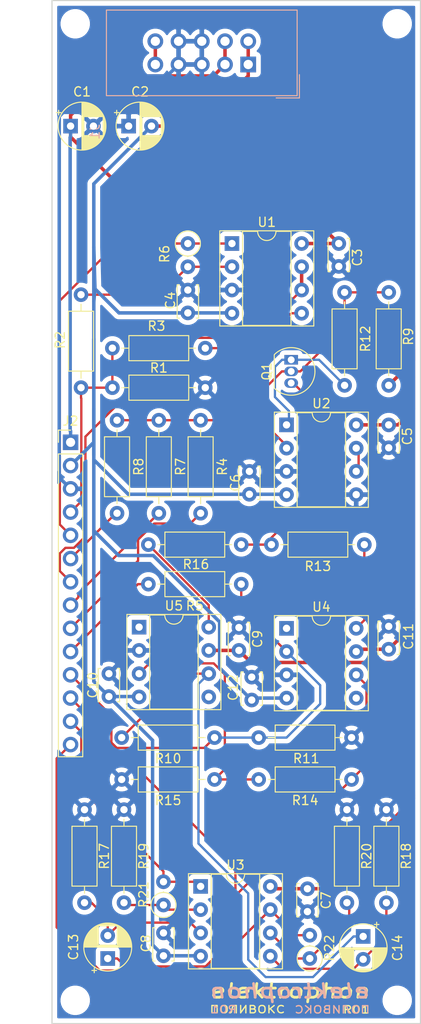
<source format=kicad_pcb>
(kicad_pcb (version 20171130) (host pcbnew 5.1.5-52549c5~86~ubuntu19.04.1)
  (title_block (title ПОЛИВОКС) (date 2020-06-01) (rev 01) (comment 1 "PCB for main circuit") (comment 2 "polivoks LM4250 VCF") (comment 4 "License CC BY 4.0 - Attribution 4.0 International"))
  (layers (0 F.Cu signal) (31 B.Cu signal) (34 B.Paste user) (35 F.Paste user) (36 B.SilkS user) (37 F.SilkS user) (38 B.Mask user) (39 F.Mask user) (44 Edge.Cuts user))
  (net 0 "")
  (net 1 GND)
  (net 2 +15V)
  (net 3 -15V)
  (net 4 "Net-(C14-Pad1)")
  (net 5 +5V)
  (net 6 "Net-(Q1-Pad1)")
  (net 7 "Net-(C13-Pad2)")
  (net 8 "Net-(C14-Pad2)")
  (net 9 "Net-(Q1-Pad3)")
  (net 10 "Net-(Q1-Pad2)")
  (net 11 "Net-(R14-Pad1)")
  (net 12 "Net-(U2-Pad6)")
  (net 13 /res_2)
  (net 14 /lp_out)
  (net 15 /bp_out)
  (net 16 /res_1)
  (net 17 /in)
  (net 18 /cv)
  (net 19 /freq)
  (net 20 /fm_level_3)
  (net 21 /fm_level_2)
  (net 22 /fm_level_1)
  (net 23 /fm_in)
  (net 24 "Net-(R2-Pad1)")
  (net 25 "Net-(R3-Pad1)")
  (net 26 "Net-(R13-Pad1)")
  (net 27 "Net-(R16-Pad1)")
  (net 28 "Net-(R19-Pad2)")
  (net 29 "Net-(R20-Pad2)")
  (module Resistor_THT:R_Axial_DIN0207_L6.3mm_D2.5mm_P2.54mm_Vertical (layer F.Cu) (at 53.594 130.048 90)
    (fp_text reference R22 (at 1.143 2.159 90) (layer F.SilkS))
    (fp_text value 100k)
    (pad 2 thru_hole oval (at 2.54 0 90) (size 1.6 1.6) (drill 0.8) (layers *.Cu *.Mask) (net 14 /lp_out))
    (pad 1 thru_hole circle (at 0 0 90) (size 1.6 1.6) (drill 0.8) (layers *.Cu *.Mask) (net 29 "Net-(R20-Pad2)"))
  )
  (module Resistor_THT:R_Axial_DIN0207_L6.3mm_D2.5mm_P2.54mm_Vertical (layer F.Cu) (at 37.592 124.206 90)
    (fp_text reference R21 (at 1.143 -2.159 90) (layer F.SilkS))
    (fp_text value 100k)
    (pad 2 thru_hole oval (at 2.54 0 90) (size 1.6 1.6) (drill 0.8) (layers *.Cu *.Mask) (net 15 /bp_out))
    (pad 1 thru_hole circle (at 0 0 90) (size 1.6 1.6) (drill 0.8) (layers *.Cu *.Mask) (net 28 "Net-(R19-Pad2)"))
  )
  (module Resistor_THT:R_Axial_DIN0207_L6.3mm_D2.5mm_P2.54mm_Vertical (layer F.Cu) (at 40.259 51.943 270)
    (fp_text reference R6 (at 1.143 2.54 90) (layer F.SilkS))
    (fp_text value 100k)
    (pad 2 thru_hole oval (at 2.54 0 270) (size 1.6 1.6) (drill 0.8) (layers *.Cu *.Mask) (net 24 "Net-(R2-Pad1)"))
    (pad 1 thru_hole circle (at 0 0 270) (size 1.6 1.6) (drill 0.8) (layers *.Cu *.Mask) (net 20 /fm_level_3))
  )
  (module Connector_PinHeader_2.54mm:PinHeader_1x14_P2.54mm_Vertical (layer F.Cu) (at 27.432 73.66)
    (fp_text reference J2 (at 0 -2.33) (layer F.SilkS))
    (fp_text value Conn_01x14_Female)
    (pad 14 thru_hole oval (at 0 33.02) (size 1.7 1.7) (drill 1) (layers *.Cu *.Mask) (net 14 /lp_out))
    (pad 13 thru_hole oval (at 0 30.48) (size 1.7 1.7) (drill 1) (layers *.Cu *.Mask) (net 15 /bp_out))
    (pad 12 thru_hole oval (at 0 27.94) (size 1.7 1.7) (drill 1) (layers *.Cu *.Mask) (net 13 /res_2))
    (pad 11 thru_hole oval (at 0 25.4) (size 1.7 1.7) (drill 1) (layers *.Cu *.Mask) (net 16 /res_1))
    (pad 10 thru_hole oval (at 0 22.86) (size 1.7 1.7) (drill 1) (layers *.Cu *.Mask) (net 17 /in))
    (pad 9 thru_hole oval (at 0 20.32) (size 1.7 1.7) (drill 1) (layers *.Cu *.Mask) (net 18 /cv))
    (pad 8 thru_hole oval (at 0 17.78) (size 1.7 1.7) (drill 1) (layers *.Cu *.Mask) (net 19 /freq))
    (pad 7 thru_hole oval (at 0 15.24) (size 1.7 1.7) (drill 1) (layers *.Cu *.Mask) (net 22 /fm_level_1))
    (pad 6 thru_hole oval (at 0 12.7) (size 1.7 1.7) (drill 1) (layers *.Cu *.Mask) (net 21 /fm_level_2))
    (pad 5 thru_hole oval (at 0 10.16) (size 1.7 1.7) (drill 1) (layers *.Cu *.Mask) (net 20 /fm_level_3))
    (pad 4 thru_hole oval (at 0 7.62) (size 1.7 1.7) (drill 1) (layers *.Cu *.Mask) (net 23 /fm_in))
    (pad 3 thru_hole oval (at 0 5.08) (size 1.7 1.7) (drill 1) (layers *.Cu *.Mask) (net 1 GND))
    (pad 2 thru_hole oval (at 0 2.54) (size 1.7 1.7) (drill 1) (layers *.Cu *.Mask) (net 3 -15V))
    (pad 1 thru_hole rect (at 0 0) (size 1.7 1.7) (drill 1) (layers *.Cu *.Mask) (net 2 +15V))
  )
  (module Package_DIP:DIP-8_W7.62mm_Socket (layer F.Cu) (at 34.925 93.853)
    (fp_text reference U5 (at 3.81 -2.33) (layer F.SilkS))
    (fp_text value LM4250)
    (pad 8 thru_hole oval (at 7.62 0) (size 1.6 1.6) (drill 0.8) (layers *.Cu *.Mask) (net 27 "Net-(R16-Pad1)"))
    (pad 4 thru_hole oval (at 0 7.62) (size 1.6 1.6) (drill 0.8) (layers *.Cu *.Mask) (net 3 -15V))
    (pad 7 thru_hole oval (at 7.62 2.54) (size 1.6 1.6) (drill 0.8) (layers *.Cu *.Mask) (net 2 +15V))
    (pad 3 thru_hole oval (at 0 5.08) (size 1.6 1.6) (drill 0.8) (layers *.Cu *.Mask) (net 11 "Net-(R14-Pad1)"))
    (pad 6 thru_hole oval (at 7.62 5.08) (size 1.6 1.6) (drill 0.8) (layers *.Cu *.Mask) (net 4 "Net-(C14-Pad1)"))
    (pad 2 thru_hole oval (at 0 2.54) (size 1.6 1.6) (drill 0.8) (layers *.Cu *.Mask) (net 1 GND))
    (pad 5 thru_hole oval (at 7.62 7.62) (size 1.6 1.6) (drill 0.8) (layers *.Cu *.Mask))
    (pad 1 thru_hole rect (at 0 0) (size 1.6 1.6) (drill 0.8) (layers *.Cu *.Mask))
  )
  (module Package_DIP:DIP-8_W7.62mm_Socket (layer F.Cu) (at 51.054 93.98)
    (fp_text reference U4 (at 3.81 -2.33) (layer F.SilkS))
    (fp_text value LM4250)
    (pad 8 thru_hole oval (at 7.62 0) (size 1.6 1.6) (drill 0.8) (layers *.Cu *.Mask) (net 26 "Net-(R13-Pad1)"))
    (pad 4 thru_hole oval (at 0 7.62) (size 1.6 1.6) (drill 0.8) (layers *.Cu *.Mask) (net 3 -15V))
    (pad 7 thru_hole oval (at 7.62 2.54) (size 1.6 1.6) (drill 0.8) (layers *.Cu *.Mask) (net 2 +15V))
    (pad 3 thru_hole oval (at 0 5.08) (size 1.6 1.6) (drill 0.8) (layers *.Cu *.Mask) (net 1 GND))
    (pad 6 thru_hole oval (at 7.62 5.08) (size 1.6 1.6) (drill 0.8) (layers *.Cu *.Mask) (net 13 /res_2))
    (pad 2 thru_hole oval (at 0 2.54) (size 1.6 1.6) (drill 0.8) (layers *.Cu *.Mask) (net 16 /res_1))
    (pad 5 thru_hole oval (at 7.62 7.62) (size 1.6 1.6) (drill 0.8) (layers *.Cu *.Mask))
    (pad 1 thru_hole rect (at 0 0) (size 1.6 1.6) (drill 0.8) (layers *.Cu *.Mask))
  )
  (module Package_DIP:DIP-8_W7.62mm_Socket (layer F.Cu) (at 41.656 122.174)
    (fp_text reference U3 (at 3.81 -2.33) (layer F.SilkS))
    (fp_text value TL072)
    (pad 8 thru_hole oval (at 7.62 0) (size 1.6 1.6) (drill 0.8) (layers *.Cu *.Mask) (net 2 +15V))
    (pad 4 thru_hole oval (at 0 7.62) (size 1.6 1.6) (drill 0.8) (layers *.Cu *.Mask) (net 3 -15V))
    (pad 7 thru_hole oval (at 7.62 2.54) (size 1.6 1.6) (drill 0.8) (layers *.Cu *.Mask) (net 14 /lp_out))
    (pad 3 thru_hole oval (at 0 5.08) (size 1.6 1.6) (drill 0.8) (layers *.Cu *.Mask) (net 7 "Net-(C13-Pad2)"))
    (pad 6 thru_hole oval (at 7.62 5.08) (size 1.6 1.6) (drill 0.8) (layers *.Cu *.Mask) (net 29 "Net-(R20-Pad2)"))
    (pad 2 thru_hole oval (at 0 2.54) (size 1.6 1.6) (drill 0.8) (layers *.Cu *.Mask) (net 28 "Net-(R19-Pad2)"))
    (pad 5 thru_hole oval (at 7.62 7.62) (size 1.6 1.6) (drill 0.8) (layers *.Cu *.Mask) (net 8 "Net-(C14-Pad2)"))
    (pad 1 thru_hole rect (at 0 0) (size 1.6 1.6) (drill 0.8) (layers *.Cu *.Mask) (net 15 /bp_out))
  )
  (module Package_DIP:DIP-8_W7.62mm_Socket (layer F.Cu) (at 51.054 71.755)
    (fp_text reference U2 (at 3.81 -2.33) (layer F.SilkS))
    (fp_text value TL072)
    (pad 8 thru_hole oval (at 7.62 0) (size 1.6 1.6) (drill 0.8) (layers *.Cu *.Mask) (net 2 +15V))
    (pad 4 thru_hole oval (at 0 7.62) (size 1.6 1.6) (drill 0.8) (layers *.Cu *.Mask) (net 3 -15V))
    (pad 7 thru_hole oval (at 7.62 2.54) (size 1.6 1.6) (drill 0.8) (layers *.Cu *.Mask) (net 12 "Net-(U2-Pad6)"))
    (pad 3 thru_hole oval (at 0 5.08) (size 1.6 1.6) (drill 0.8) (layers *.Cu *.Mask) (net 1 GND))
    (pad 6 thru_hole oval (at 7.62 5.08) (size 1.6 1.6) (drill 0.8) (layers *.Cu *.Mask) (net 12 "Net-(U2-Pad6)"))
    (pad 2 thru_hole oval (at 0 2.54) (size 1.6 1.6) (drill 0.8) (layers *.Cu *.Mask) (net 10 "Net-(Q1-Pad2)"))
    (pad 5 thru_hole oval (at 7.62 7.62) (size 1.6 1.6) (drill 0.8) (layers *.Cu *.Mask) (net 1 GND))
    (pad 1 thru_hole rect (at 0 0) (size 1.6 1.6) (drill 0.8) (layers *.Cu *.Mask) (net 6 "Net-(Q1-Pad1)"))
  )
  (module Package_DIP:DIP-8_W7.62mm_Socket (layer F.Cu) (at 45.085 51.943)
    (fp_text reference U1 (at 3.81 -2.33) (layer F.SilkS))
    (fp_text value TL072)
    (pad 8 thru_hole oval (at 7.62 0) (size 1.6 1.6) (drill 0.8) (layers *.Cu *.Mask) (net 2 +15V))
    (pad 4 thru_hole oval (at 0 7.62) (size 1.6 1.6) (drill 0.8) (layers *.Cu *.Mask) (net 3 -15V))
    (pad 7 thru_hole oval (at 7.62 2.54) (size 1.6 1.6) (drill 0.8) (layers *.Cu *.Mask) (net 22 /fm_level_1))
    (pad 3 thru_hole oval (at 0 5.08) (size 1.6 1.6) (drill 0.8) (layers *.Cu *.Mask) (net 1 GND))
    (pad 6 thru_hole oval (at 7.62 5.08) (size 1.6 1.6) (drill 0.8) (layers *.Cu *.Mask) (net 22 /fm_level_1))
    (pad 2 thru_hole oval (at 0 2.54) (size 1.6 1.6) (drill 0.8) (layers *.Cu *.Mask) (net 24 "Net-(R2-Pad1)"))
    (pad 5 thru_hole oval (at 7.62 7.62) (size 1.6 1.6) (drill 0.8) (layers *.Cu *.Mask) (net 25 "Net-(R3-Pad1)"))
    (pad 1 thru_hole rect (at 0 0) (size 1.6 1.6) (drill 0.8) (layers *.Cu *.Mask) (net 20 /fm_level_3))
  )
  (module Resistor_THT:R_Axial_DIN0207_L6.3mm_D2.5mm_P10.16mm_Horizontal (layer F.Cu) (at 57.658 113.792 270)
    (fp_text reference R20 (at 5.08 -2.159 90) (layer F.SilkS))
    (fp_text value 10k)
    (pad 2 thru_hole oval (at 10.16 0 270) (size 1.6 1.6) (drill 0.8) (layers *.Cu *.Mask) (net 29 "Net-(R20-Pad2)"))
    (pad 1 thru_hole circle (at 0 0 270) (size 1.6 1.6) (drill 0.8) (layers *.Cu *.Mask) (net 1 GND))
  )
  (module Resistor_THT:R_Axial_DIN0207_L6.3mm_D2.5mm_P10.16mm_Horizontal (layer F.Cu) (at 33.274 113.792 270)
    (fp_text reference R19 (at 5.08 -2.159 90) (layer F.SilkS))
    (fp_text value 10k)
    (pad 2 thru_hole oval (at 10.16 0 270) (size 1.6 1.6) (drill 0.8) (layers *.Cu *.Mask) (net 28 "Net-(R19-Pad2)"))
    (pad 1 thru_hole circle (at 0 0 270) (size 1.6 1.6) (drill 0.8) (layers *.Cu *.Mask) (net 1 GND))
  )
  (module Resistor_THT:R_Axial_DIN0207_L6.3mm_D2.5mm_P10.16mm_Horizontal (layer F.Cu) (at 61.976 113.792 270)
    (fp_text reference R18 (at 5.08 -2.159 90) (layer F.SilkS))
    (fp_text value 100k)
    (pad 2 thru_hole oval (at 10.16 0 270) (size 1.6 1.6) (drill 0.8) (layers *.Cu *.Mask) (net 8 "Net-(C14-Pad2)"))
    (pad 1 thru_hole circle (at 0 0 270) (size 1.6 1.6) (drill 0.8) (layers *.Cu *.Mask) (net 1 GND))
  )
  (module Resistor_THT:R_Axial_DIN0207_L6.3mm_D2.5mm_P10.16mm_Horizontal (layer F.Cu) (at 28.956 113.792 270)
    (fp_text reference R17 (at 5.08 -2.159 90) (layer F.SilkS))
    (fp_text value 100k)
    (pad 2 thru_hole oval (at 10.16 0 270) (size 1.6 1.6) (drill 0.8) (layers *.Cu *.Mask) (net 7 "Net-(C13-Pad2)"))
    (pad 1 thru_hole circle (at 0 0 270) (size 1.6 1.6) (drill 0.8) (layers *.Cu *.Mask) (net 1 GND))
  )
  (module Resistor_THT:R_Axial_DIN0207_L6.3mm_D2.5mm_P10.16mm_Horizontal (layer F.Cu) (at 35.941 84.836)
    (fp_text reference R16 (at 5.207 2.159) (layer F.SilkS))
    (fp_text value 1M2)
    (pad 2 thru_hole oval (at 10.16 0) (size 1.6 1.6) (drill 0.8) (layers *.Cu *.Mask) (net 9 "Net-(Q1-Pad3)"))
    (pad 1 thru_hole circle (at 0 0) (size 1.6 1.6) (drill 0.8) (layers *.Cu *.Mask) (net 27 "Net-(R16-Pad1)"))
  )
  (module Resistor_THT:R_Axial_DIN0207_L6.3mm_D2.5mm_P10.16mm_Horizontal (layer F.Cu) (at 33.02 110.49)
    (fp_text reference R15 (at 5.08 2.286) (layer F.SilkS))
    (fp_text value 1k)
    (pad 2 thru_hole oval (at 10.16 0) (size 1.6 1.6) (drill 0.8) (layers *.Cu *.Mask) (net 11 "Net-(R14-Pad1)"))
    (pad 1 thru_hole circle (at 0 0) (size 1.6 1.6) (drill 0.8) (layers *.Cu *.Mask) (net 1 GND))
  )
  (module Resistor_THT:R_Axial_DIN0207_L6.3mm_D2.5mm_P10.16mm_Horizontal (layer F.Cu) (at 48.006 110.49)
    (fp_text reference R14 (at 5.08 2.286) (layer F.SilkS))
    (fp_text value 47k)
    (pad 2 thru_hole oval (at 10.16 0) (size 1.6 1.6) (drill 0.8) (layers *.Cu *.Mask) (net 13 /res_2))
    (pad 1 thru_hole circle (at 0 0) (size 1.6 1.6) (drill 0.8) (layers *.Cu *.Mask) (net 11 "Net-(R14-Pad1)"))
  )
  (module Resistor_THT:R_Axial_DIN0207_L6.3mm_D2.5mm_P10.16mm_Horizontal (layer F.Cu) (at 59.563 84.836 180)
    (fp_text reference R13 (at 5.08 -2.37) (layer F.SilkS))
    (fp_text value 1M2)
    (pad 2 thru_hole oval (at 10.16 0 180) (size 1.6 1.6) (drill 0.8) (layers *.Cu *.Mask) (net 9 "Net-(Q1-Pad3)"))
    (pad 1 thru_hole circle (at 0 0 180) (size 1.6 1.6) (drill 0.8) (layers *.Cu *.Mask) (net 26 "Net-(R13-Pad1)"))
  )
  (module Resistor_THT:R_Axial_DIN0207_L6.3mm_D2.5mm_P10.16mm_Horizontal (layer F.Cu) (at 58.166 105.918 180)
    (fp_text reference R11 (at 4.953 -2.286) (layer F.SilkS))
    (fp_text value 1k)
    (pad 2 thru_hole oval (at 10.16 0 180) (size 1.6 1.6) (drill 0.8) (layers *.Cu *.Mask) (net 16 /res_1))
    (pad 1 thru_hole circle (at 0 0 180) (size 1.6 1.6) (drill 0.8) (layers *.Cu *.Mask) (net 1 GND))
  )
  (module Resistor_THT:R_Axial_DIN0207_L6.3mm_D2.5mm_P10.16mm_Horizontal (layer F.Cu) (at 43.18 105.918 180)
    (fp_text reference R10 (at 5.08 -2.286) (layer F.SilkS))
    (fp_text value 47k)
    (pad 2 thru_hole oval (at 10.16 0 180) (size 1.6 1.6) (drill 0.8) (layers *.Cu *.Mask) (net 4 "Net-(C14-Pad1)"))
    (pad 1 thru_hole circle (at 0 0 180) (size 1.6 1.6) (drill 0.8) (layers *.Cu *.Mask) (net 16 /res_1))
  )
  (module Resistor_THT:R_Axial_DIN0207_L6.3mm_D2.5mm_P10.16mm_Horizontal (layer F.Cu) (at 57.404 67.437 90)
    (fp_text reference R12 (at 5.08 2.286 90) (layer F.SilkS))
    (fp_text value 3k)
    (pad 2 thru_hole oval (at 10.16 0 90) (size 1.6 1.6) (drill 0.8) (layers *.Cu *.Mask) (net 10 "Net-(Q1-Pad2)"))
    (pad 1 thru_hole circle (at 0 0 90) (size 1.6 1.6) (drill 0.8) (layers *.Cu *.Mask) (net 6 "Net-(Q1-Pad1)"))
  )
  (module Resistor_THT:R_Axial_DIN0207_L6.3mm_D2.5mm_P10.16mm_Horizontal (layer F.Cu) (at 62.23 57.277 270)
    (fp_text reference R9 (at 4.826 -2.159 90) (layer F.SilkS))
    (fp_text value 100k)
    (pad 2 thru_hole oval (at 10.16 0 270) (size 1.6 1.6) (drill 0.8) (layers *.Cu *.Mask) (net 2 +15V))
    (pad 1 thru_hole circle (at 0 0 270) (size 1.6 1.6) (drill 0.8) (layers *.Cu *.Mask) (net 10 "Net-(Q1-Pad2)"))
  )
  (module Resistor_THT:R_Axial_DIN0207_L6.3mm_D2.5mm_P10.16mm_Horizontal (layer F.Cu) (at 32.512 71.247 270)
    (fp_text reference R8 (at 5.08 -2.37 90) (layer F.SilkS))
    (fp_text value 120k)
    (pad 2 thru_hole oval (at 10.16 0 270) (size 1.6 1.6) (drill 0.8) (layers *.Cu *.Mask) (net 21 /fm_level_2))
    (pad 1 thru_hole circle (at 0 0 270) (size 1.6 1.6) (drill 0.8) (layers *.Cu *.Mask) (net 10 "Net-(Q1-Pad2)"))
  )
  (module Resistor_THT:R_Axial_DIN0207_L6.3mm_D2.5mm_P10.16mm_Horizontal (layer F.Cu) (at 37.084 71.247 270)
    (fp_text reference R7 (at 5.08 -2.37 90) (layer F.SilkS))
    (fp_text value 162k)
    (pad 2 thru_hole oval (at 10.16 0 270) (size 1.6 1.6) (drill 0.8) (layers *.Cu *.Mask) (net 19 /freq))
    (pad 1 thru_hole circle (at 0 0 270) (size 1.6 1.6) (drill 0.8) (layers *.Cu *.Mask) (net 10 "Net-(Q1-Pad2)"))
  )
  (module Resistor_THT:R_Axial_DIN0207_L6.3mm_D2.5mm_P10.16mm_Horizontal (layer F.Cu) (at 46.101 89.154 180)
    (fp_text reference R5 (at 5.08 -2.37) (layer F.SilkS))
    (fp_text value 470k)
    (pad 2 thru_hole oval (at 10.16 0 180) (size 1.6 1.6) (drill 0.8) (layers *.Cu *.Mask) (net 17 /in))
    (pad 1 thru_hole circle (at 0 0 180) (size 1.6 1.6) (drill 0.8) (layers *.Cu *.Mask) (net 16 /res_1))
  )
  (module Resistor_THT:R_Axial_DIN0207_L6.3mm_D2.5mm_P10.16mm_Horizontal (layer F.Cu) (at 41.656 71.247 270)
    (fp_text reference R4 (at 5.08 -2.37 90) (layer F.SilkS))
    (fp_text value 100k)
    (pad 1 thru_hole circle (at 0 0 270) (size 1.6 1.6) (drill 0.8) (layers *.Cu *.Mask) (net 10 "Net-(Q1-Pad2)"))
    (pad 2 thru_hole oval (at 10.16 0 270) (size 1.6 1.6) (drill 0.8) (layers *.Cu *.Mask) (net 18 /cv))
  )
  (module Resistor_THT:R_Axial_DIN0207_L6.3mm_D2.5mm_P10.16mm_Horizontal (layer F.Cu) (at 42.164 63.373 180)
    (fp_text reference R3 (at 5.334 2.413) (layer F.SilkS))
    (fp_text value 10k)
    (pad 2 thru_hole oval (at 10.16 0 180) (size 1.6 1.6) (drill 0.8) (layers *.Cu *.Mask) (net 23 /fm_in))
    (pad 1 thru_hole circle (at 0 0 180) (size 1.6 1.6) (drill 0.8) (layers *.Cu *.Mask) (net 25 "Net-(R3-Pad1)"))
  )
  (module Resistor_THT:R_Axial_DIN0207_L6.3mm_D2.5mm_P10.16mm_Horizontal (layer F.Cu) (at 28.575 57.531 270)
    (fp_text reference R2 (at 4.953 2.286 90) (layer F.SilkS))
    (fp_text value 100k)
    (pad 2 thru_hole oval (at 10.16 0 270) (size 1.6 1.6) (drill 0.8) (layers *.Cu *.Mask) (net 23 /fm_in))
    (pad 1 thru_hole circle (at 0 0 270) (size 1.6 1.6) (drill 0.8) (layers *.Cu *.Mask) (net 24 "Net-(R2-Pad1)"))
  )
  (module Resistor_THT:R_Axial_DIN0207_L6.3mm_D2.5mm_P10.16mm_Horizontal (layer F.Cu) (at 42.164 67.691 180)
    (fp_text reference R1 (at 5.08 2.159 180) (layer F.SilkS))
    (fp_text value 220k)
    (pad 2 thru_hole oval (at 10.16 0 180) (size 1.6 1.6) (drill 0.8) (layers *.Cu *.Mask) (net 23 /fm_in))
    (pad 1 thru_hole circle (at 0 0 180) (size 1.6 1.6) (drill 0.8) (layers *.Cu *.Mask) (net 1 GND))
  )
  (module Package_TO_SOT_THT:TO-92_Inline (layer F.Cu) (at 51.562 64.643 270)
    (fp_text reference Q1 (at 1.27 2.667 90) (layer F.SilkS))
    (fp_text value 2N3904)
    (pad 1 thru_hole rect (at 0 0 270) (size 1.05 1.5) (drill 0.75) (layers *.Cu *.Mask) (net 6 "Net-(Q1-Pad1)"))
    (pad 3 thru_hole oval (at 2.54 0 270) (size 1.05 1.5) (drill 0.75) (layers *.Cu *.Mask) (net 9 "Net-(Q1-Pad3)"))
    (pad 2 thru_hole oval (at 1.27 0 270) (size 1.05 1.5) (drill 0.75) (layers *.Cu *.Mask) (net 10 "Net-(Q1-Pad2)"))
  )
  (module Capacitor_THT:CP_Radial_D5.0mm_P2.50mm (layer F.Cu) (at 59.436 127.637775 270)
    (fp_text reference C14 (at 1.25 -3.75 90) (layer F.SilkS))
    (fp_text value 1u)
    (pad 2 thru_hole circle (at 2.5 0 270) (size 1.6 1.6) (drill 0.8) (layers *.Cu *.Mask) (net 8 "Net-(C14-Pad2)"))
    (pad 1 thru_hole rect (at 0 0 270) (size 1.6 1.6) (drill 0.8) (layers *.Cu *.Mask) (net 4 "Net-(C14-Pad1)"))
  )
  (module Capacitor_THT:CP_Radial_D5.0mm_P2.50mm (layer F.Cu) (at 31.496 130.048 90)
    (fp_text reference C13 (at 1.25 -3.75 90) (layer F.SilkS))
    (fp_text value 1u)
    (pad 2 thru_hole circle (at 2.5 0 90) (size 1.6 1.6) (drill 0.8) (layers *.Cu *.Mask) (net 7 "Net-(C13-Pad2)"))
    (pad 1 thru_hole rect (at 0 0 90) (size 1.6 1.6) (drill 0.8) (layers *.Cu *.Mask) (net 13 /res_2))
  )
  (module Capacitor_THT:C_Disc_D3.4mm_W2.1mm_P2.50mm (layer F.Cu) (at 37.592 127.254 270)
    (fp_text reference C8 (at 1.143 1.905 90) (layer F.SilkS))
    (fp_text value 0.1u)
    (pad 2 thru_hole circle (at 2.5 0 270) (size 1.6 1.6) (drill 0.8) (layers *.Cu *.Mask) (net 3 -15V))
    (pad 1 thru_hole circle (at 0 0 270) (size 1.6 1.6) (drill 0.8) (layers *.Cu *.Mask) (net 1 GND))
  )
  (module Capacitor_THT:C_Disc_D3.4mm_W2.1mm_P2.50mm (layer F.Cu) (at 53.34 122.428 270)
    (fp_text reference C7 (at 1.27 -2.032 90) (layer F.SilkS))
    (fp_text value 0.1u)
    (pad 2 thru_hole circle (at 2.5 0 270) (size 1.6 1.6) (drill 0.8) (layers *.Cu *.Mask) (net 1 GND))
    (pad 1 thru_hole circle (at 0 0 270) (size 1.6 1.6) (drill 0.8) (layers *.Cu *.Mask) (net 2 +15V))
  )
  (module "elektrophon:elektrophon logo" (layer F.Cu) (at 51.435 134.62)
    (fp_text reference REF** hide)
    (fp_text value "elektrophon logo" hide)
    (fp_text user ПОЛИВОКС (at 8.84 1.02) (layer B.SilkS) (effects (font (size 0.8 1)) (justify left mirror)))
    (fp_text user R01 (at -8.83 1) (layer B.SilkS) (effects (font (size 0.8 1)) (justify right mirror)))
    (fp_text user elektrophon (at 0 -1.016) (layer B.SilkS) (effects (font (size 1.5 2) (thickness 0.3) italic) (justify mirror)))
    (fp_text user R01 (at 8.8 1.02) (layer F.SilkS) (effects (font (size 0.8 1)) (justify right)))
    (fp_text user ПОЛИВОКС (at -8.88 1) (layer F.SilkS) (effects (font (size 0.8 1)) (justify left)))
    (fp_text user elektrophon (at 0 -1.016) (layer F.SilkS) (effects (font (size 1.5 2) (thickness 0.3) italic)))
  )
  (module Capacitor_THT:C_Disc_D3.4mm_W2.1mm_P2.50mm (layer F.Cu) (at 47.244 99.314 270)
    (fp_text reference C12 (at 1.143 2.032 90) (layer F.SilkS))
    (fp_text value 0.1u)
    (pad 2 thru_hole circle (at 2.5 0 270) (size 1.6 1.6) (drill 0.8) (layers *.Cu *.Mask) (net 3 -15V))
    (pad 1 thru_hole circle (at 0 0 270) (size 1.6 1.6) (drill 0.8) (layers *.Cu *.Mask) (net 1 GND))
  )
  (module Capacitor_THT:C_Disc_D3.4mm_W2.1mm_P2.50mm (layer F.Cu) (at 62.23 96.266 90)
    (fp_text reference C11 (at 1.397 2.159 90) (layer F.SilkS))
    (fp_text value 0.1u)
    (pad 2 thru_hole circle (at 2.5 0 90) (size 1.6 1.6) (drill 0.8) (layers *.Cu *.Mask) (net 1 GND))
    (pad 1 thru_hole circle (at 0 0 90) (size 1.6 1.6) (drill 0.8) (layers *.Cu *.Mask) (net 2 +15V))
  )
  (module Connector_IDC:IDC-Header_2x05_P2.54mm_Vertical (layer B.Cu) (at 46.863 32.385 90)
    (fp_text reference J1 (at -7.366 -16.764 90) (layer B.SilkS) (effects (justify mirror)))
    (fp_text value "IDC Header")
    (pad 10 thru_hole oval (at 2.54 -10.16 90) (size 1.7272 1.7272) (drill 1.016) (layers *.Cu *.Mask) (net 5 +5V))
    (pad 9 thru_hole oval (at 0 -10.16 90) (size 1.7272 1.7272) (drill 1.016) (layers *.Cu *.Mask) (net 5 +5V))
    (pad 8 thru_hole oval (at 2.54 -7.62 90) (size 1.7272 1.7272) (drill 1.016) (layers *.Cu *.Mask) (net 1 GND))
    (pad 7 thru_hole oval (at 0 -7.62 90) (size 1.7272 1.7272) (drill 1.016) (layers *.Cu *.Mask) (net 1 GND))
    (pad 6 thru_hole oval (at 2.54 -5.08 90) (size 1.7272 1.7272) (drill 1.016) (layers *.Cu *.Mask) (net 1 GND))
    (pad 5 thru_hole oval (at 0 -5.08 90) (size 1.7272 1.7272) (drill 1.016) (layers *.Cu *.Mask) (net 1 GND))
    (pad 4 thru_hole oval (at 2.54 -2.54 90) (size 1.7272 1.7272) (drill 1.016) (layers *.Cu *.Mask) (net 2 +15V))
    (pad 3 thru_hole oval (at 0 -2.54 90) (size 1.7272 1.7272) (drill 1.016) (layers *.Cu *.Mask) (net 2 +15V))
    (pad 2 thru_hole oval (at 2.54 0 90) (size 1.7272 1.7272) (drill 1.016) (layers *.Cu *.Mask) (net 3 -15V))
    (pad 1 thru_hole rect (at 0 0 90) (size 1.7272 1.7272) (drill 1.016) (layers *.Cu *.Mask) (net 3 -15V))
  )
  (module MountingHole:MountingHole_2.2mm_M2 (layer F.Cu) (at 27.94 134.62)
    (fp_text reference H4 hide)
    (fp_text value MountingHole hide)
    (pad 1 np_thru_hole circle (at 0 0) (size 2.2 2.2) (drill 2.2) (layers *.Cu *.Mask))
  )
  (module MountingHole:MountingHole_2.2mm_M2 (layer F.Cu) (at 63.16 134.62)
    (fp_text reference H3 hide)
    (fp_text value MountingHole hide)
    (pad 1 np_thru_hole circle (at 0 0) (size 2.2 2.2) (drill 2.2) (layers *.Cu *.Mask))
  )
  (module MountingHole:MountingHole_2.2mm_M2 (layer F.Cu) (at 63.16 27.94)
    (fp_text reference H2 hide)
    (fp_text value MountingHole hide)
    (pad 1 np_thru_hole circle (at 0 0) (size 2.2 2.2) (drill 2.2) (layers *.Cu *.Mask))
  )
  (module MountingHole:MountingHole_2.2mm_M2 (layer F.Cu) (at 27.94 27.94)
    (fp_text reference H1 hide)
    (fp_text value MountingHole hide)
    (pad 1 np_thru_hole circle (at 0 0) (size 2.2 2.2) (drill 2.2) (layers *.Cu *.Mask))
  )
  (module Capacitor_THT:C_Disc_D3.4mm_W2.1mm_P2.50mm (layer F.Cu) (at 31.623 98.933 270)
    (fp_text reference C10 (at 1.25 1.778 90) (layer F.SilkS))
    (fp_text value 0.1u)
    (pad 2 thru_hole circle (at 2.5 0 270) (size 1.6 1.6) (drill 0.8) (layers *.Cu *.Mask) (net 3 -15V))
    (pad 1 thru_hole circle (at 0 0 270) (size 1.6 1.6) (drill 0.8) (layers *.Cu *.Mask) (net 1 GND))
  )
  (module Capacitor_THT:C_Disc_D3.4mm_W2.1mm_P2.50mm (layer F.Cu) (at 45.847 96.393 90)
    (fp_text reference C9 (at 1.25 2.032 90) (layer F.SilkS))
    (fp_text value 0.1u)
    (pad 2 thru_hole circle (at 2.5 0 90) (size 1.6 1.6) (drill 0.8) (layers *.Cu *.Mask) (net 1 GND))
    (pad 1 thru_hole circle (at 0 0 90) (size 1.6 1.6) (drill 0.8) (layers *.Cu *.Mask) (net 2 +15V))
  )
  (module Capacitor_THT:C_Disc_D3.4mm_W2.1mm_P2.50mm (layer F.Cu) (at 46.99 76.835 270)
    (fp_text reference C6 (at 1.25 1.524 90) (layer F.SilkS))
    (fp_text value 0.1u)
    (pad 2 thru_hole circle (at 2.5 0 270) (size 1.6 1.6) (drill 0.8) (layers *.Cu *.Mask) (net 3 -15V))
    (pad 1 thru_hole circle (at 0 0 270) (size 1.6 1.6) (drill 0.8) (layers *.Cu *.Mask) (net 1 GND))
  )
  (module Capacitor_THT:C_Disc_D3.4mm_W2.1mm_P2.50mm (layer F.Cu) (at 62.23 71.755 270)
    (fp_text reference C5 (at 1.25 -2.032 90) (layer F.SilkS))
    (fp_text value 0.1u)
    (pad 2 thru_hole circle (at 2.5 0 270) (size 1.6 1.6) (drill 0.8) (layers *.Cu *.Mask) (net 1 GND))
    (pad 1 thru_hole circle (at 0 0 270) (size 1.6 1.6) (drill 0.8) (layers *.Cu *.Mask) (net 2 +15V))
  )
  (module Capacitor_THT:C_Disc_D3.4mm_W2.1mm_P2.50mm (layer F.Cu) (at 40.259 57.023 270)
    (fp_text reference C4 (at 1.143 1.905 90) (layer F.SilkS))
    (fp_text value 0.1u)
    (pad 2 thru_hole circle (at 2.5 0 270) (size 1.6 1.6) (drill 0.8) (layers *.Cu *.Mask) (net 3 -15V))
    (pad 1 thru_hole circle (at 0 0 270) (size 1.6 1.6) (drill 0.8) (layers *.Cu *.Mask) (net 1 GND))
  )
  (module Capacitor_THT:C_Disc_D3.4mm_W2.1mm_P2.50mm (layer F.Cu) (at 56.769 51.943 270)
    (fp_text reference C3 (at 1.524 -2.032 90) (layer F.SilkS))
    (fp_text value 0.1u)
    (pad 2 thru_hole circle (at 2.5 0 270) (size 1.6 1.6) (drill 0.8) (layers *.Cu *.Mask) (net 1 GND))
    (pad 1 thru_hole circle (at 0 0 270) (size 1.6 1.6) (drill 0.8) (layers *.Cu *.Mask) (net 2 +15V))
  )
  (module Capacitor_THT:CP_Radial_D5.0mm_P2.50mm (layer F.Cu) (at 33.782 39.116)
    (fp_text reference C2 (at 1.25 -3.75) (layer F.SilkS))
    (fp_text value 10u)
    (pad 2 thru_hole circle (at 2.5 0) (size 1.6 1.6) (drill 0.8) (layers *.Cu *.Mask) (net 3 -15V))
    (pad 1 thru_hole rect (at 0 0) (size 1.6 1.6) (drill 0.8) (layers *.Cu *.Mask) (net 1 GND))
  )
  (module Capacitor_THT:CP_Radial_D5.0mm_P2.50mm (layer F.Cu) (at 27.432 39.116)
    (fp_text reference C1 (at 1.25 -3.75) (layer F.SilkS))
    (fp_text value 10u)
    (pad 2 thru_hole circle (at 2.5 0) (size 1.6 1.6) (drill 0.8) (layers *.Cu *.Mask) (net 1 GND))
    (pad 1 thru_hole rect (at 0 0) (size 1.6 1.6) (drill 0.8) (layers *.Cu *.Mask) (net 2 +15V))
  )
  (gr_line (start 25.4 137.16) (end 25.4 25.4) (layer Edge.Cuts) (width 0.12))
  (gr_line (start 65.7 137.16) (end 25.4 137.16) (layer Edge.Cuts) (width 0.12))
  (gr_line (start 65.7 25.4) (end 65.7 137.16) (layer Edge.Cuts) (width 0.12))
  (gr_line (start 25.4 25.4) (end 65.7 25.4) (layer Edge.Cuts) (width 0.12))
  (segment (start 37.988899 33.639101) (end 39.243 32.385) (width 0.381) (layer B.Cu) (net 1))
  (segment (start 30.605997 33.639101) (end 37.988899 33.639101) (width 0.381) (layer B.Cu) (net 1))
  (segment (start 26.191499 38.053599) (end 30.605997 33.639101) (width 0.381) (layer B.Cu) (net 1))
  (segment (start 26.191499 77.499499) (end 26.191499 38.053599) (width 0.381) (layer B.Cu) (net 1))
  (segment (start 27.432 78.74) (end 26.191499 77.499499) (width 0.381) (layer B.Cu) (net 1))
  (segment (start 44.323 29.845) (end 44.323 32.385) (width 0.381) (layer F.Cu) (net 2))
  (segment (start 43.068899 33.639101) (end 44.323 32.385) (width 0.381) (layer F.Cu) (net 2))
  (segment (start 27.432 37.935) (end 31.727899 33.639101) (width 0.381) (layer F.Cu) (net 2))
  (segment (start 31.727899 33.639101) (end 43.068899 33.639101) (width 0.381) (layer F.Cu) (net 2))
  (segment (start 27.432 39.116) (end 27.432 37.935) (width 0.381) (layer F.Cu) (net 2))
  (segment (start 56.769 51.943) (end 52.705 51.943) (width 0.381) (layer F.Cu) (net 2))
  (segment (start 64.944501 70.056499) (end 63.246 71.755) (width 0.381) (layer F.Cu) (net 2))
  (segment (start 64.944501 66.500499) (end 64.944501 70.056499) (width 0.381) (layer F.Cu) (net 2))
  (segment (start 63.246 71.755) (end 58.938 71.755) (width 0.381) (layer F.Cu) (net 2))
  (segment (start 64.944501 64.722499) (end 62.23 67.437) (width 0.381) (layer F.Cu) (net 2))
  (segment (start 64.944501 60.912499) (end 64.944501 64.722499) (width 0.381) (layer F.Cu) (net 2))
  (segment (start 64.944501 112.585441) (end 55.101942 122.428) (width 0.381) (layer F.Cu) (net 2))
  (segment (start 55.101942 122.428) (end 53.34 122.428) (width 0.381) (layer F.Cu) (net 2))
  (segment (start 64.944501 63.579499) (end 64.944501 66.500499) (width 0.381) (layer F.Cu) (net 2))
  (segment (start 64.944501 60.912499) (end 64.944501 63.579499) (width 0.381) (layer F.Cu) (net 2))
  (segment (start 49.53 122.428) (end 49.276 122.174) (width 0.381) (layer F.Cu) (net 2))
  (segment (start 53.34 122.428) (end 49.53 122.428) (width 0.381) (layer F.Cu) (net 2))
  (segment (start 64.944501 91.868501) (end 64.944501 93.551499) (width 0.381) (layer F.Cu) (net 2))
  (segment (start 64.944501 93.551499) (end 62.23 96.266) (width 0.381) (layer F.Cu) (net 2))
  (segment (start 64.944501 63.579499) (end 64.944501 91.868501) (width 0.381) (layer F.Cu) (net 2))
  (segment (start 58.928 96.266) (end 58.674 96.52) (width 0.381) (layer F.Cu) (net 2))
  (segment (start 62.23 96.266) (end 58.928 96.266) (width 0.381) (layer F.Cu) (net 2))
  (segment (start 64.944501 91.868501) (end 64.897 96.647) (width 0.381) (layer F.Cu) (net 2))
  (segment (start 64.897 96.647) (end 64.944501 112.585441) (width 0.381) (layer F.Cu) (net 2))
  (segment (start 47.164501 97.710501) (end 63.833499 97.710501) (width 0.381) (layer F.Cu) (net 2))
  (segment (start 45.847 96.393) (end 47.164501 97.710501) (width 0.381) (layer F.Cu) (net 2))
  (segment (start 45.847 96.393) (end 42.545 96.393) (width 0.381) (layer F.Cu) (net 2))
  (segment (start 46.646999 97.192999) (end 45.847 96.393) (width 0.381) (layer F.Cu) (net 2))
  (segment (start 63.833499 97.710501) (end 64.897 96.647) (width 0.381) (layer F.Cu) (net 2))
  (segment (start 59.455 45.104) (end 64.897 50.546) (width 0.381) (layer F.Cu) (net 2))
  (segment (start 64.897 50.546) (end 64.944501 60.912499) (width 0.381) (layer F.Cu) (net 2))
  (segment (start 49.93 45.104) (end 56.769 51.943) (width 0.381) (layer F.Cu) (net 2))
  (segment (start 46.59 45.104) (end 49.93 45.104) (width 0.381) (layer F.Cu) (net 2))
  (segment (start 46.59 45.104) (end 59.455 45.104) (width 0.381) (layer F.Cu) (net 2))
  (segment (start 27.384499 40.344501) (end 27.432 40.297) (width 0.381) (layer B.Cu) (net 2))
  (segment (start 27.432 40.297) (end 27.432 39.116) (width 0.381) (layer B.Cu) (net 2))
  (segment (start 27.384499 72.381499) (end 27.384499 40.344501) (width 0.381) (layer B.Cu) (net 2))
  (segment (start 27.432 72.429) (end 27.384499 72.381499) (width 0.381) (layer B.Cu) (net 2))
  (segment (start 27.432 73.66) (end 27.432 72.429) (width 0.381) (layer B.Cu) (net 2))
  (segment (start 27.432 40.297) (end 27.432 39.116) (width 0.381) (layer F.Cu) (net 2))
  (segment (start 32.239 45.104) (end 27.432 40.297) (width 0.381) (layer F.Cu) (net 2))
  (segment (start 46.59 45.104) (end 32.239 45.104) (width 0.381) (layer F.Cu) (net 2))
  (segment (start 46.863 29.845) (end 46.863 32.385) (width 0.381) (layer F.Cu) (net 3))
  (segment (start 46.863 33.6296) (end 46.863 32.385) (width 0.381) (layer F.Cu) (net 3))
  (segment (start 41.3766 39.116) (end 46.863 33.6296) (width 0.381) (layer F.Cu) (net 3))
  (segment (start 36.282 39.116) (end 41.3766 39.116) (width 0.381) (layer F.Cu) (net 3))
  (segment (start 39.12763 59.523) (end 40.259 59.523) (width 0.381) (layer B.Cu) (net 3))
  (segment (start 45.045 59.523) (end 45.085 59.563) (width 0.381) (layer B.Cu) (net 3))
  (segment (start 40.259 59.523) (end 45.045 59.523) (width 0.381) (layer B.Cu) (net 3))
  (segment (start 29.972 62.357) (end 29.972 75.057) (width 0.381) (layer B.Cu) (net 3))
  (segment (start 29.972 73.66) (end 27.432 76.2) (width 0.381) (layer B.Cu) (net 3))
  (segment (start 29.972 62.357) (end 29.972 65.913) (width 0.381) (layer B.Cu) (net 3))
  (segment (start 29.972 62.357) (end 29.972 64.897) (width 0.381) (layer B.Cu) (net 3))
  (segment (start 29.972 52.324) (end 29.972 45.426) (width 0.381) (layer B.Cu) (net 3))
  (segment (start 29.972 69.977) (end 29.972 52.324) (width 0.381) (layer B.Cu) (net 3))
  (segment (start 29.972 45.426) (end 36.282 39.116) (width 0.381) (layer B.Cu) (net 3))
  (segment (start 32.726 59.523) (end 30.099 56.896) (width 0.381) (layer B.Cu) (net 3))
  (segment (start 40.259 59.523) (end 32.726 59.523) (width 0.381) (layer B.Cu) (net 3))
  (segment (start 29.972 52.324) (end 30.099 56.896) (width 0.381) (layer B.Cu) (net 3))
  (segment (start 30.099 56.896) (end 29.972 58.293) (width 0.381) (layer B.Cu) (net 3))
  (segment (start 36.401499 128.563499) (end 37.592 129.754) (width 0.381) (layer B.Cu) (net 3))
  (segment (start 36.401499 106.211499) (end 36.401499 128.563499) (width 0.381) (layer B.Cu) (net 3))
  (segment (start 29.972 69.977) (end 29.972 71.755) (width 0.381) (layer B.Cu) (net 3))
  (segment (start 41.616 129.754) (end 41.656 129.794) (width 0.381) (layer B.Cu) (net 3))
  (segment (start 37.592 129.754) (end 41.616 129.754) (width 0.381) (layer B.Cu) (net 3))
  (segment (start 34.885 101.433) (end 34.925 101.473) (width 0.381) (layer B.Cu) (net 3))
  (segment (start 31.623 101.433) (end 34.885 101.433) (width 0.381) (layer B.Cu) (net 3))
  (segment (start 29.972 99.782) (end 36.401499 106.211499) (width 0.381) (layer B.Cu) (net 3))
  (segment (start 46.99 79.335) (end 33.742 79.335) (width 0.381) (layer B.Cu) (net 3))
  (segment (start 33.742 79.335) (end 29.972 75.565) (width 0.381) (layer B.Cu) (net 3))
  (segment (start 29.972 69.977) (end 29.972 75.565) (width 0.381) (layer B.Cu) (net 3))
  (segment (start 51.014 79.335) (end 51.054 79.375) (width 0.381) (layer B.Cu) (net 3))
  (segment (start 46.99 79.335) (end 51.014 79.335) (width 0.381) (layer B.Cu) (net 3))
  (segment (start 43.735501 93.281559) (end 36.480443 86.026501) (width 0.381) (layer B.Cu) (net 3))
  (segment (start 43.735501 98.305501) (end 43.735501 93.281559) (width 0.381) (layer B.Cu) (net 3))
  (segment (start 47.244 101.814) (end 43.735501 98.305501) (width 0.381) (layer B.Cu) (net 3))
  (segment (start 29.972 75.565) (end 29.972 83.312) (width 0.381) (layer B.Cu) (net 3))
  (segment (start 32.686501 86.026501) (end 29.972 83.312) (width 0.381) (layer B.Cu) (net 3))
  (segment (start 36.480443 86.026501) (end 32.686501 86.026501) (width 0.381) (layer B.Cu) (net 3))
  (segment (start 29.972 83.312) (end 29.972 99.782) (width 0.381) (layer B.Cu) (net 3))
  (segment (start 47.458 101.6) (end 47.244 101.814) (width 0.381) (layer B.Cu) (net 3))
  (segment (start 51.054 101.6) (end 47.458 101.6) (width 0.381) (layer B.Cu) (net 3))
  (segment (start 40.005 98.933) (end 42.545 98.933) (width 0.25) (layer F.Cu) (net 4))
  (segment (start 33.02 105.918) (end 40.005 98.933) (width 0.25) (layer F.Cu) (net 4))
  (segment (start 58.386 127.637775) (end 59.436 127.637775) (width 0.25) (layer B.Cu) (net 4))
  (segment (start 53.943775 132.08) (end 58.386 127.637775) (width 0.25) (layer B.Cu) (net 4))
  (segment (start 48.768 132.08) (end 53.943775 132.08) (width 0.25) (layer B.Cu) (net 4))
  (segment (start 41.419999 100.058001) (end 41.419999 117.492999) (width 0.25) (layer B.Cu) (net 4))
  (segment (start 41.419999 117.492999) (end 46.863 122.936) (width 0.25) (layer B.Cu) (net 4))
  (segment (start 42.545 98.933) (end 41.419999 100.058001) (width 0.25) (layer B.Cu) (net 4))
  (segment (start 46.863 130.175) (end 48.768 132.08) (width 0.25) (layer B.Cu) (net 4))
  (segment (start 46.863 122.936) (end 46.863 130.175) (width 0.25) (layer B.Cu) (net 4))
  (segment (start 36.703 29.845) (end 36.703 32.385) (width 0.381) (layer F.Cu) (net 5))
  (segment (start 50.562 64.643) (end 49.784 65.421) (width 0.25) (layer B.Cu) (net 6))
  (segment (start 51.562 64.643) (end 50.562 64.643) (width 0.25) (layer B.Cu) (net 6))
  (segment (start 49.784 65.421) (end 49.784 68.707) (width 0.25) (layer B.Cu) (net 6))
  (segment (start 51.318 70.241) (end 51.318 71.755) (width 0.25) (layer B.Cu) (net 6))
  (segment (start 49.784 68.707) (end 51.318 70.241) (width 0.25) (layer B.Cu) (net 6))
  (segment (start 54.61 64.643) (end 51.562 64.643) (width 0.25) (layer B.Cu) (net 6))
  (segment (start 57.404 67.437) (end 54.61 64.643) (width 0.25) (layer B.Cu) (net 6))
  (segment (start 32.915001 126.128999) (end 31.496 127.548) (width 0.25) (layer F.Cu) (net 7))
  (segment (start 40.530999 126.128999) (end 32.915001 126.128999) (width 0.25) (layer F.Cu) (net 7))
  (segment (start 41.656 127.254) (end 40.530999 126.128999) (width 0.25) (layer F.Cu) (net 7))
  (segment (start 31.496 125.73) (end 29.718 123.952) (width 0.25) (layer F.Cu) (net 7))
  (segment (start 31.496 127.548) (end 31.496 125.73) (width 0.25) (layer F.Cu) (net 7))
  (segment (start 61.976 127.597775) (end 59.436 130.137775) (width 0.25) (layer F.Cu) (net 8))
  (segment (start 61.976 123.952) (end 61.976 127.597775) (width 0.25) (layer F.Cu) (net 8))
  (segment (start 50.655001 131.173001) (end 49.276 129.794) (width 0.25) (layer F.Cu) (net 8))
  (segment (start 58.400774 131.173001) (end 50.655001 131.173001) (width 0.25) (layer F.Cu) (net 8))
  (segment (start 59.436 130.137775) (end 58.400774 131.173001) (width 0.25) (layer F.Cu) (net 8))
  (segment (start 52.562 80.915) (end 49.276 84.201) (width 0.25) (layer F.Cu) (net 9))
  (segment (start 52.562 67.958) (end 52.562 80.915) (width 0.25) (layer F.Cu) (net 9))
  (segment (start 51.787 67.183) (end 52.562 67.958) (width 0.25) (layer F.Cu) (net 9))
  (segment (start 51.562 67.183) (end 51.787 67.183) (width 0.25) (layer F.Cu) (net 9))
  (segment (start 49.403 84.836) (end 46.101 84.836) (width 0.25) (layer F.Cu) (net 9))
  (segment (start 32.512 71.247) (end 41.656 71.247) (width 0.25) (layer F.Cu) (net 10))
  (segment (start 48.27 71.247) (end 51.318 74.295) (width 0.25) (layer F.Cu) (net 10))
  (segment (start 57.404 61.071) (end 57.404 57.277) (width 0.25) (layer F.Cu) (net 10))
  (segment (start 52.562 65.913) (end 57.404 61.071) (width 0.25) (layer F.Cu) (net 10))
  (segment (start 51.562 65.913) (end 52.562 65.913) (width 0.25) (layer F.Cu) (net 10))
  (segment (start 57.404 57.277) (end 62.23 57.277) (width 0.25) (layer F.Cu) (net 10))
  (segment (start 50.546 65.913) (end 51.562 65.913) (width 0.25) (layer F.Cu) (net 10))
  (segment (start 45.212 71.247) (end 50.546 65.913) (width 0.25) (layer F.Cu) (net 10))
  (segment (start 41.656 71.247) (end 45.212 71.247) (width 0.25) (layer F.Cu) (net 10))
  (segment (start 45.212 71.247) (end 48.27 71.247) (width 0.25) (layer F.Cu) (net 10))
  (segment (start 43.18 110.49) (end 48.006 110.49) (width 0.25) (layer F.Cu) (net 11))
  (segment (start 44.305001 109.364999) (end 43.18 110.49) (width 0.25) (layer F.Cu) (net 11))
  (segment (start 44.305001 99.027999) (end 44.305001 109.364999) (width 0.25) (layer F.Cu) (net 11))
  (segment (start 43.085001 97.807999) (end 44.305001 99.027999) (width 0.25) (layer F.Cu) (net 11))
  (segment (start 36.050001 97.807999) (end 43.085001 97.807999) (width 0.25) (layer F.Cu) (net 11))
  (segment (start 34.925 98.933) (end 36.050001 97.807999) (width 0.25) (layer F.Cu) (net 11))
  (segment (start 58.938 76.835) (end 58.938 74.295) (width 0.25) (layer F.Cu) (net 12))
  (segment (start 32.546 130.048) (end 31.496 130.048) (width 0.25) (layer F.Cu) (net 13))
  (segment (start 33.417001 130.919001) (end 32.546 130.048) (width 0.25) (layer F.Cu) (net 13))
  (segment (start 42.196001 130.919001) (end 33.417001 130.919001) (width 0.25) (layer F.Cu) (net 13))
  (segment (start 45.466 127.649002) (end 42.196001 130.919001) (width 0.25) (layer F.Cu) (net 13))
  (segment (start 45.466 125.349) (end 45.466 123.19) (width 0.25) (layer F.Cu) (net 13))
  (segment (start 45.466 123.19) (end 58.166 110.49) (width 0.25) (layer F.Cu) (net 13))
  (segment (start 45.466 125.349) (end 45.466 127.649002) (width 0.25) (layer F.Cu) (net 13))
  (segment (start 32.293599 107.493012) (end 31.444988 106.644401) (width 0.25) (layer F.Cu) (net 13))
  (segment (start 45.466 125.349) (end 45.466 120.029002) (width 0.25) (layer F.Cu) (net 13))
  (segment (start 31.444988 105.612988) (end 27.432 101.6) (width 0.25) (layer F.Cu) (net 13))
  (segment (start 31.444988 106.644401) (end 31.444988 105.612988) (width 0.25) (layer F.Cu) (net 13))
  (segment (start 45.466 120.029002) (end 32.930012 107.493012) (width 0.25) (layer F.Cu) (net 13))
  (segment (start 32.930012 107.493012) (end 32.293599 107.493012) (width 0.25) (layer F.Cu) (net 13))
  (segment (start 59.799001 108.856999) (end 58.166 110.49) (width 0.25) (layer F.Cu) (net 13))
  (segment (start 59.799001 100.185001) (end 59.799001 108.856999) (width 0.25) (layer F.Cu) (net 13))
  (segment (start 58.674 99.06) (end 59.799001 100.185001) (width 0.25) (layer F.Cu) (net 13))
  (segment (start 52.07 127.508) (end 49.276 124.714) (width 0.25) (layer F.Cu) (net 14))
  (segment (start 53.594 127.508) (end 52.07 127.508) (width 0.25) (layer F.Cu) (net 14))
  (segment (start 25.908 108.204) (end 27.432 106.68) (width 0.25) (layer F.Cu) (net 14))
  (segment (start 25.908 126.645002) (end 25.908 108.204) (width 0.25) (layer F.Cu) (net 14))
  (segment (start 30.63201 131.369012) (end 25.908 126.645002) (width 0.25) (layer F.Cu) (net 14))
  (segment (start 49.276 124.714) (end 42.620988 131.369012) (width 0.25) (layer F.Cu) (net 14))
  (segment (start 42.620988 131.369012) (end 30.63201 131.369012) (width 0.25) (layer F.Cu) (net 14))
  (segment (start 28.607001 111.549631) (end 37.592 120.53463) (width 0.25) (layer F.Cu) (net 15))
  (segment (start 37.592 120.53463) (end 37.592 121.666) (width 0.25) (layer F.Cu) (net 15))
  (segment (start 28.607001 105.315001) (end 28.607001 111.549631) (width 0.25) (layer F.Cu) (net 15))
  (segment (start 27.432 104.14) (end 28.607001 105.315001) (width 0.25) (layer F.Cu) (net 15))
  (segment (start 41.148 121.666) (end 41.656 122.174) (width 0.25) (layer F.Cu) (net 15))
  (segment (start 37.592 121.666) (end 41.148 121.666) (width 0.25) (layer F.Cu) (net 15))
  (segment (start 46.101 91.567) (end 51.054 96.52) (width 0.25) (layer F.Cu) (net 16))
  (segment (start 46.101 89.154) (end 46.101 91.567) (width 0.25) (layer F.Cu) (net 16))
  (segment (start 42.054999 107.043001) (end 43.18 105.918) (width 0.25) (layer F.Cu) (net 16))
  (segment (start 31.894999 106.458001) (end 32.479999 107.043001) (width 0.25) (layer F.Cu) (net 16))
  (segment (start 27.432 99.06) (end 31.894999 103.522999) (width 0.25) (layer F.Cu) (net 16))
  (segment (start 32.479999 107.043001) (end 42.054999 107.043001) (width 0.25) (layer F.Cu) (net 16))
  (segment (start 31.894999 103.522999) (end 31.894999 106.458001) (width 0.25) (layer F.Cu) (net 16))
  (segment (start 43.18 105.918) (end 48.006 105.918) (width 0.25) (layer B.Cu) (net 16))
  (segment (start 48.006 105.918) (end 51.054 105.918) (width 0.25) (layer B.Cu) (net 16))
  (segment (start 51.054 105.918) (end 54.737 102.235) (width 0.25) (layer B.Cu) (net 16))
  (segment (start 54.737 100.203) (end 51.054 96.52) (width 0.25) (layer B.Cu) (net 16))
  (segment (start 54.737 102.235) (end 54.737 100.203) (width 0.25) (layer B.Cu) (net 16))
  (segment (start 34.798 89.154) (end 35.941 89.154) (width 0.25) (layer F.Cu) (net 17))
  (segment (start 27.432 96.52) (end 34.798 89.154) (width 0.25) (layer F.Cu) (net 17))
  (segment (start 40.530999 82.532001) (end 41.656 81.407) (width 0.25) (layer F.Cu) (net 18))
  (segment (start 34.815999 86.596001) (end 34.815999 84.295999) (width 0.25) (layer F.Cu) (net 18))
  (segment (start 34.815999 84.295999) (end 36.579997 82.532001) (width 0.25) (layer F.Cu) (net 18))
  (segment (start 27.432 93.98) (end 34.815999 86.596001) (width 0.25) (layer F.Cu) (net 18))
  (segment (start 36.579997 82.532001) (end 40.530999 82.532001) (width 0.25) (layer F.Cu) (net 18))
  (segment (start 28.281999 90.193588) (end 37.068587 81.407) (width 0.25) (layer F.Cu) (net 19))
  (segment (start 37.068587 81.407) (end 37.084 81.407) (width 0.25) (layer F.Cu) (net 19))
  (segment (start 28.281999 90.590001) (end 28.281999 90.193588) (width 0.25) (layer F.Cu) (net 19))
  (segment (start 27.432 91.44) (end 28.281999 90.590001) (width 0.25) (layer F.Cu) (net 19))
  (segment (start 36.815998 51.943) (end 39.12763 51.943) (width 0.25) (layer F.Cu) (net 20))
  (segment (start 45.085 51.943) (end 40.259 51.943) (width 0.25) (layer F.Cu) (net 20))
  (segment (start 32.497998 51.943) (end 40.259 51.943) (width 0.25) (layer F.Cu) (net 20))
  (segment (start 26.256999 58.183999) (end 32.497998 51.943) (width 0.25) (layer F.Cu) (net 20))
  (segment (start 26.256999 77.502001) (end 26.256999 82.644999) (width 0.25) (layer F.Cu) (net 20))
  (segment (start 26.256999 82.644999) (end 27.113795 83.501795) (width 0.25) (layer F.Cu) (net 20))
  (segment (start 26.256999 77.502001) (end 26.256999 58.183999) (width 0.25) (layer F.Cu) (net 20))
  (segment (start 32.385 81.407) (end 32.512 81.407) (width 0.25) (layer F.Cu) (net 21))
  (segment (start 27.432 86.36) (end 32.385 81.407) (width 0.25) (layer F.Cu) (net 21))
  (segment (start 39.845999 62.247999) (end 29.057012 73.036986) (width 0.25) (layer F.Cu) (net 22))
  (segment (start 47.480001 62.247999) (end 39.845999 62.247999) (width 0.25) (layer F.Cu) (net 22))
  (segment (start 52.705 57.023) (end 47.480001 62.247999) (width 0.25) (layer F.Cu) (net 22))
  (segment (start 52.705 54.483) (end 52.705 57.023) (width 0.381) (layer F.Cu) (net 22))
  (segment (start 26.256999 87.724999) (end 26.582001 88.050001) (width 0.25) (layer F.Cu) (net 22))
  (segment (start 26.256999 85.795999) (end 26.256999 87.724999) (width 0.25) (layer F.Cu) (net 22))
  (segment (start 26.867999 85.184999) (end 26.256999 85.795999) (width 0.25) (layer F.Cu) (net 22))
  (segment (start 27.806003 85.184999) (end 26.867999 85.184999) (width 0.25) (layer F.Cu) (net 22))
  (segment (start 26.582001 88.050001) (end 27.432 88.9) (width 0.25) (layer F.Cu) (net 22))
  (segment (start 29.057012 83.93399) (end 27.806003 85.184999) (width 0.25) (layer F.Cu) (net 22))
  (segment (start 29.057012 81.559988) (end 29.057012 83.93399) (width 0.25) (layer F.Cu) (net 22))
  (segment (start 29.057012 73.036986) (end 29.057012 81.559988) (width 0.25) (layer F.Cu) (net 22))
  (segment (start 29.057012 81.559988) (end 29.057012 82.194988) (width 0.25) (layer F.Cu) (net 22))
  (segment (start 28.575 68.82237) (end 28.575 67.691) (width 0.25) (layer F.Cu) (net 23))
  (segment (start 28.607001 68.854371) (end 28.575 68.82237) (width 0.25) (layer F.Cu) (net 23))
  (segment (start 28.607001 80.104999) (end 28.607001 68.854371) (width 0.25) (layer F.Cu) (net 23))
  (segment (start 27.432 81.28) (end 28.607001 80.104999) (width 0.25) (layer F.Cu) (net 23))
  (segment (start 28.575 67.691) (end 32.004 67.691) (width 0.25) (layer F.Cu) (net 23))
  (segment (start 32.004 67.691) (end 32.004 63.373) (width 0.25) (layer F.Cu) (net 23))
  (segment (start 45.085 54.483) (end 40.259 54.483) (width 0.25) (layer F.Cu) (net 24))
  (segment (start 37.211 57.531) (end 40.259 54.483) (width 0.25) (layer F.Cu) (net 24))
  (segment (start 28.575 57.531) (end 37.211 57.531) (width 0.25) (layer F.Cu) (net 24))
  (segment (start 47.76363 63.373) (end 42.164 63.373) (width 0.25) (layer F.Cu) (net 25))
  (segment (start 51.57363 59.563) (end 47.76363 63.373) (width 0.25) (layer F.Cu) (net 25))
  (segment (start 52.705 59.563) (end 51.57363 59.563) (width 0.25) (layer F.Cu) (net 25))
  (segment (start 59.563 93.091) (end 58.674 93.98) (width 0.25) (layer F.Cu) (net 26))
  (segment (start 59.563 84.836) (end 59.563 93.091) (width 0.25) (layer F.Cu) (net 26))
  (segment (start 42.545 91.44) (end 42.545 93.853) (width 0.25) (layer F.Cu) (net 27))
  (segment (start 35.941 84.836) (end 42.545 91.44) (width 0.25) (layer F.Cu) (net 27))
  (segment (start 38.1 124.714) (end 37.592 124.206) (width 0.25) (layer F.Cu) (net 28))
  (segment (start 41.656 124.714) (end 38.1 124.714) (width 0.25) (layer F.Cu) (net 28))
  (segment (start 33.528 124.206) (end 33.274 123.952) (width 0.25) (layer F.Cu) (net 28))
  (segment (start 37.592 124.206) (end 33.528 124.206) (width 0.25) (layer F.Cu) (net 28))
  (segment (start 57.912 125.73) (end 53.594 130.048) (width 0.25) (layer F.Cu) (net 29))
  (segment (start 57.912 123.952) (end 57.912 125.73) (width 0.25) (layer F.Cu) (net 29))
  (segment (start 52.07 130.048) (end 49.276 127.254) (width 0.25) (layer F.Cu) (net 29))
  (segment (start 53.594 130.048) (end 52.07 130.048) (width 0.25) (layer F.Cu) (net 29))
  (zone (net 1) (net_name GND) (layer B.Cu) (connect_pads (clearance 0.508)) (min_thickness 0.254) (fill yes (arc_segments 32) (thermal_gap 0.508) (thermal_bridge_width 0.508))
    (polygon (pts (xy 65.786 137.16) (xy 25.4 137.16) (xy 25.4 25.4) (xy 65.786 25.4)))
  )
)
</source>
